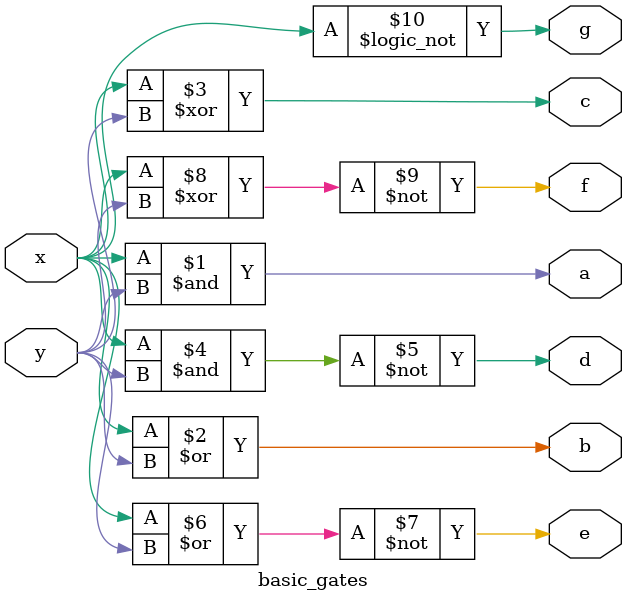
<source format=v>
module basic_gates(a,b,c,d,e,f,g,x,y);
input x ,y;
output a,b,c,d,e,f,g;
assign a = x&y;
assign b = x|y;
assign c = x^y;
assign d = ~(x&y);
assign e = ~(x|y);
assign f = ~(x^y);
assign g = !(x);
endmodule
</source>
